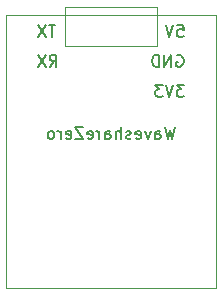
<source format=gbr>
%TF.GenerationSoftware,KiCad,Pcbnew,8.0.7*%
%TF.CreationDate,2025-04-07T14:00:10+01:00*%
%TF.ProjectId,WaveshareDuppaController,57617665-7368-4617-9265-447570706143,rev?*%
%TF.SameCoordinates,Original*%
%TF.FileFunction,Legend,Bot*%
%TF.FilePolarity,Positive*%
%FSLAX46Y46*%
G04 Gerber Fmt 4.6, Leading zero omitted, Abs format (unit mm)*
G04 Created by KiCad (PCBNEW 8.0.7) date 2025-04-07 14:00:10*
%MOMM*%
%LPD*%
G01*
G04 APERTURE LIST*
%ADD10C,0.150000*%
%ADD11C,0.100000*%
%ADD12C,0.120000*%
G04 APERTURE END LIST*
D10*
X75404762Y-59554819D02*
X75166667Y-60554819D01*
X75166667Y-60554819D02*
X74976191Y-59840533D01*
X74976191Y-59840533D02*
X74785715Y-60554819D01*
X74785715Y-60554819D02*
X74547620Y-59554819D01*
X73738096Y-60554819D02*
X73738096Y-60031009D01*
X73738096Y-60031009D02*
X73785715Y-59935771D01*
X73785715Y-59935771D02*
X73880953Y-59888152D01*
X73880953Y-59888152D02*
X74071429Y-59888152D01*
X74071429Y-59888152D02*
X74166667Y-59935771D01*
X73738096Y-60507200D02*
X73833334Y-60554819D01*
X73833334Y-60554819D02*
X74071429Y-60554819D01*
X74071429Y-60554819D02*
X74166667Y-60507200D01*
X74166667Y-60507200D02*
X74214286Y-60411961D01*
X74214286Y-60411961D02*
X74214286Y-60316723D01*
X74214286Y-60316723D02*
X74166667Y-60221485D01*
X74166667Y-60221485D02*
X74071429Y-60173866D01*
X74071429Y-60173866D02*
X73833334Y-60173866D01*
X73833334Y-60173866D02*
X73738096Y-60126247D01*
X73357143Y-59888152D02*
X73119048Y-60554819D01*
X73119048Y-60554819D02*
X72880953Y-59888152D01*
X72119048Y-60507200D02*
X72214286Y-60554819D01*
X72214286Y-60554819D02*
X72404762Y-60554819D01*
X72404762Y-60554819D02*
X72500000Y-60507200D01*
X72500000Y-60507200D02*
X72547619Y-60411961D01*
X72547619Y-60411961D02*
X72547619Y-60031009D01*
X72547619Y-60031009D02*
X72500000Y-59935771D01*
X72500000Y-59935771D02*
X72404762Y-59888152D01*
X72404762Y-59888152D02*
X72214286Y-59888152D01*
X72214286Y-59888152D02*
X72119048Y-59935771D01*
X72119048Y-59935771D02*
X72071429Y-60031009D01*
X72071429Y-60031009D02*
X72071429Y-60126247D01*
X72071429Y-60126247D02*
X72547619Y-60221485D01*
X71690476Y-60507200D02*
X71595238Y-60554819D01*
X71595238Y-60554819D02*
X71404762Y-60554819D01*
X71404762Y-60554819D02*
X71309524Y-60507200D01*
X71309524Y-60507200D02*
X71261905Y-60411961D01*
X71261905Y-60411961D02*
X71261905Y-60364342D01*
X71261905Y-60364342D02*
X71309524Y-60269104D01*
X71309524Y-60269104D02*
X71404762Y-60221485D01*
X71404762Y-60221485D02*
X71547619Y-60221485D01*
X71547619Y-60221485D02*
X71642857Y-60173866D01*
X71642857Y-60173866D02*
X71690476Y-60078628D01*
X71690476Y-60078628D02*
X71690476Y-60031009D01*
X71690476Y-60031009D02*
X71642857Y-59935771D01*
X71642857Y-59935771D02*
X71547619Y-59888152D01*
X71547619Y-59888152D02*
X71404762Y-59888152D01*
X71404762Y-59888152D02*
X71309524Y-59935771D01*
X70833333Y-60554819D02*
X70833333Y-59554819D01*
X70404762Y-60554819D02*
X70404762Y-60031009D01*
X70404762Y-60031009D02*
X70452381Y-59935771D01*
X70452381Y-59935771D02*
X70547619Y-59888152D01*
X70547619Y-59888152D02*
X70690476Y-59888152D01*
X70690476Y-59888152D02*
X70785714Y-59935771D01*
X70785714Y-59935771D02*
X70833333Y-59983390D01*
X69500000Y-60554819D02*
X69500000Y-60031009D01*
X69500000Y-60031009D02*
X69547619Y-59935771D01*
X69547619Y-59935771D02*
X69642857Y-59888152D01*
X69642857Y-59888152D02*
X69833333Y-59888152D01*
X69833333Y-59888152D02*
X69928571Y-59935771D01*
X69500000Y-60507200D02*
X69595238Y-60554819D01*
X69595238Y-60554819D02*
X69833333Y-60554819D01*
X69833333Y-60554819D02*
X69928571Y-60507200D01*
X69928571Y-60507200D02*
X69976190Y-60411961D01*
X69976190Y-60411961D02*
X69976190Y-60316723D01*
X69976190Y-60316723D02*
X69928571Y-60221485D01*
X69928571Y-60221485D02*
X69833333Y-60173866D01*
X69833333Y-60173866D02*
X69595238Y-60173866D01*
X69595238Y-60173866D02*
X69500000Y-60126247D01*
X69023809Y-60554819D02*
X69023809Y-59888152D01*
X69023809Y-60078628D02*
X68976190Y-59983390D01*
X68976190Y-59983390D02*
X68928571Y-59935771D01*
X68928571Y-59935771D02*
X68833333Y-59888152D01*
X68833333Y-59888152D02*
X68738095Y-59888152D01*
X68023809Y-60507200D02*
X68119047Y-60554819D01*
X68119047Y-60554819D02*
X68309523Y-60554819D01*
X68309523Y-60554819D02*
X68404761Y-60507200D01*
X68404761Y-60507200D02*
X68452380Y-60411961D01*
X68452380Y-60411961D02*
X68452380Y-60031009D01*
X68452380Y-60031009D02*
X68404761Y-59935771D01*
X68404761Y-59935771D02*
X68309523Y-59888152D01*
X68309523Y-59888152D02*
X68119047Y-59888152D01*
X68119047Y-59888152D02*
X68023809Y-59935771D01*
X68023809Y-59935771D02*
X67976190Y-60031009D01*
X67976190Y-60031009D02*
X67976190Y-60126247D01*
X67976190Y-60126247D02*
X68452380Y-60221485D01*
X67642856Y-59554819D02*
X66976190Y-59554819D01*
X66976190Y-59554819D02*
X67642856Y-60554819D01*
X67642856Y-60554819D02*
X66976190Y-60554819D01*
X66214285Y-60507200D02*
X66309523Y-60554819D01*
X66309523Y-60554819D02*
X66499999Y-60554819D01*
X66499999Y-60554819D02*
X66595237Y-60507200D01*
X66595237Y-60507200D02*
X66642856Y-60411961D01*
X66642856Y-60411961D02*
X66642856Y-60031009D01*
X66642856Y-60031009D02*
X66595237Y-59935771D01*
X66595237Y-59935771D02*
X66499999Y-59888152D01*
X66499999Y-59888152D02*
X66309523Y-59888152D01*
X66309523Y-59888152D02*
X66214285Y-59935771D01*
X66214285Y-59935771D02*
X66166666Y-60031009D01*
X66166666Y-60031009D02*
X66166666Y-60126247D01*
X66166666Y-60126247D02*
X66642856Y-60221485D01*
X65738094Y-60554819D02*
X65738094Y-59888152D01*
X65738094Y-60078628D02*
X65690475Y-59983390D01*
X65690475Y-59983390D02*
X65642856Y-59935771D01*
X65642856Y-59935771D02*
X65547618Y-59888152D01*
X65547618Y-59888152D02*
X65452380Y-59888152D01*
X64976189Y-60554819D02*
X65071427Y-60507200D01*
X65071427Y-60507200D02*
X65119046Y-60459580D01*
X65119046Y-60459580D02*
X65166665Y-60364342D01*
X65166665Y-60364342D02*
X65166665Y-60078628D01*
X65166665Y-60078628D02*
X65119046Y-59983390D01*
X65119046Y-59983390D02*
X65071427Y-59935771D01*
X65071427Y-59935771D02*
X64976189Y-59888152D01*
X64976189Y-59888152D02*
X64833332Y-59888152D01*
X64833332Y-59888152D02*
X64738094Y-59935771D01*
X64738094Y-59935771D02*
X64690475Y-59983390D01*
X64690475Y-59983390D02*
X64642856Y-60078628D01*
X64642856Y-60078628D02*
X64642856Y-60364342D01*
X64642856Y-60364342D02*
X64690475Y-60459580D01*
X64690475Y-60459580D02*
X64738094Y-60507200D01*
X64738094Y-60507200D02*
X64833332Y-60554819D01*
X64833332Y-60554819D02*
X64976189Y-60554819D01*
X75617030Y-50894819D02*
X76093220Y-50894819D01*
X76093220Y-50894819D02*
X76140839Y-51371009D01*
X76140839Y-51371009D02*
X76093220Y-51323390D01*
X76093220Y-51323390D02*
X75997982Y-51275771D01*
X75997982Y-51275771D02*
X75759887Y-51275771D01*
X75759887Y-51275771D02*
X75664649Y-51323390D01*
X75664649Y-51323390D02*
X75617030Y-51371009D01*
X75617030Y-51371009D02*
X75569411Y-51466247D01*
X75569411Y-51466247D02*
X75569411Y-51704342D01*
X75569411Y-51704342D02*
X75617030Y-51799580D01*
X75617030Y-51799580D02*
X75664649Y-51847200D01*
X75664649Y-51847200D02*
X75759887Y-51894819D01*
X75759887Y-51894819D02*
X75997982Y-51894819D01*
X75997982Y-51894819D02*
X76093220Y-51847200D01*
X76093220Y-51847200D02*
X76140839Y-51799580D01*
X75283696Y-50894819D02*
X74950363Y-51894819D01*
X74950363Y-51894819D02*
X74617030Y-50894819D01*
X65287731Y-50894819D02*
X64716303Y-50894819D01*
X65002017Y-51894819D02*
X65002017Y-50894819D01*
X64478207Y-50894819D02*
X63811541Y-51894819D01*
X63811541Y-50894819D02*
X64478207Y-51894819D01*
X64811541Y-54434819D02*
X65144874Y-53958628D01*
X65382969Y-54434819D02*
X65382969Y-53434819D01*
X65382969Y-53434819D02*
X65002017Y-53434819D01*
X65002017Y-53434819D02*
X64906779Y-53482438D01*
X64906779Y-53482438D02*
X64859160Y-53530057D01*
X64859160Y-53530057D02*
X64811541Y-53625295D01*
X64811541Y-53625295D02*
X64811541Y-53768152D01*
X64811541Y-53768152D02*
X64859160Y-53863390D01*
X64859160Y-53863390D02*
X64906779Y-53911009D01*
X64906779Y-53911009D02*
X65002017Y-53958628D01*
X65002017Y-53958628D02*
X65382969Y-53958628D01*
X64478207Y-53434819D02*
X63811541Y-54434819D01*
X63811541Y-53434819D02*
X64478207Y-54434819D01*
X75569411Y-53482438D02*
X75664649Y-53434819D01*
X75664649Y-53434819D02*
X75807506Y-53434819D01*
X75807506Y-53434819D02*
X75950363Y-53482438D01*
X75950363Y-53482438D02*
X76045601Y-53577676D01*
X76045601Y-53577676D02*
X76093220Y-53672914D01*
X76093220Y-53672914D02*
X76140839Y-53863390D01*
X76140839Y-53863390D02*
X76140839Y-54006247D01*
X76140839Y-54006247D02*
X76093220Y-54196723D01*
X76093220Y-54196723D02*
X76045601Y-54291961D01*
X76045601Y-54291961D02*
X75950363Y-54387200D01*
X75950363Y-54387200D02*
X75807506Y-54434819D01*
X75807506Y-54434819D02*
X75712268Y-54434819D01*
X75712268Y-54434819D02*
X75569411Y-54387200D01*
X75569411Y-54387200D02*
X75521792Y-54339580D01*
X75521792Y-54339580D02*
X75521792Y-54006247D01*
X75521792Y-54006247D02*
X75712268Y-54006247D01*
X75093220Y-54434819D02*
X75093220Y-53434819D01*
X75093220Y-53434819D02*
X74521792Y-54434819D01*
X74521792Y-54434819D02*
X74521792Y-53434819D01*
X74045601Y-54434819D02*
X74045601Y-53434819D01*
X74045601Y-53434819D02*
X73807506Y-53434819D01*
X73807506Y-53434819D02*
X73664649Y-53482438D01*
X73664649Y-53482438D02*
X73569411Y-53577676D01*
X73569411Y-53577676D02*
X73521792Y-53672914D01*
X73521792Y-53672914D02*
X73474173Y-53863390D01*
X73474173Y-53863390D02*
X73474173Y-54006247D01*
X73474173Y-54006247D02*
X73521792Y-54196723D01*
X73521792Y-54196723D02*
X73569411Y-54291961D01*
X73569411Y-54291961D02*
X73664649Y-54387200D01*
X73664649Y-54387200D02*
X73807506Y-54434819D01*
X73807506Y-54434819D02*
X74045601Y-54434819D01*
X76188458Y-55974819D02*
X75569411Y-55974819D01*
X75569411Y-55974819D02*
X75902744Y-56355771D01*
X75902744Y-56355771D02*
X75759887Y-56355771D01*
X75759887Y-56355771D02*
X75664649Y-56403390D01*
X75664649Y-56403390D02*
X75617030Y-56451009D01*
X75617030Y-56451009D02*
X75569411Y-56546247D01*
X75569411Y-56546247D02*
X75569411Y-56784342D01*
X75569411Y-56784342D02*
X75617030Y-56879580D01*
X75617030Y-56879580D02*
X75664649Y-56927200D01*
X75664649Y-56927200D02*
X75759887Y-56974819D01*
X75759887Y-56974819D02*
X76045601Y-56974819D01*
X76045601Y-56974819D02*
X76140839Y-56927200D01*
X76140839Y-56927200D02*
X76188458Y-56879580D01*
X75283696Y-55974819D02*
X74950363Y-56974819D01*
X74950363Y-56974819D02*
X74617030Y-55974819D01*
X74378934Y-55974819D02*
X73759887Y-55974819D01*
X73759887Y-55974819D02*
X74093220Y-56355771D01*
X74093220Y-56355771D02*
X73950363Y-56355771D01*
X73950363Y-56355771D02*
X73855125Y-56403390D01*
X73855125Y-56403390D02*
X73807506Y-56451009D01*
X73807506Y-56451009D02*
X73759887Y-56546247D01*
X73759887Y-56546247D02*
X73759887Y-56784342D01*
X73759887Y-56784342D02*
X73807506Y-56879580D01*
X73807506Y-56879580D02*
X73855125Y-56927200D01*
X73855125Y-56927200D02*
X73950363Y-56974819D01*
X73950363Y-56974819D02*
X74236077Y-56974819D01*
X74236077Y-56974819D02*
X74331315Y-56927200D01*
X74331315Y-56927200D02*
X74378934Y-56879580D01*
%TO.C,U1*%
D11*
X73890000Y-49410000D02*
X66110000Y-49410000D01*
X66110000Y-52685000D01*
X73890000Y-52685000D01*
X73890000Y-49410000D01*
D12*
X78890000Y-50070000D02*
X61110000Y-50070000D01*
X61110000Y-73195000D01*
X78890000Y-73195000D01*
X78890000Y-50070000D01*
%TD*%
M02*

</source>
